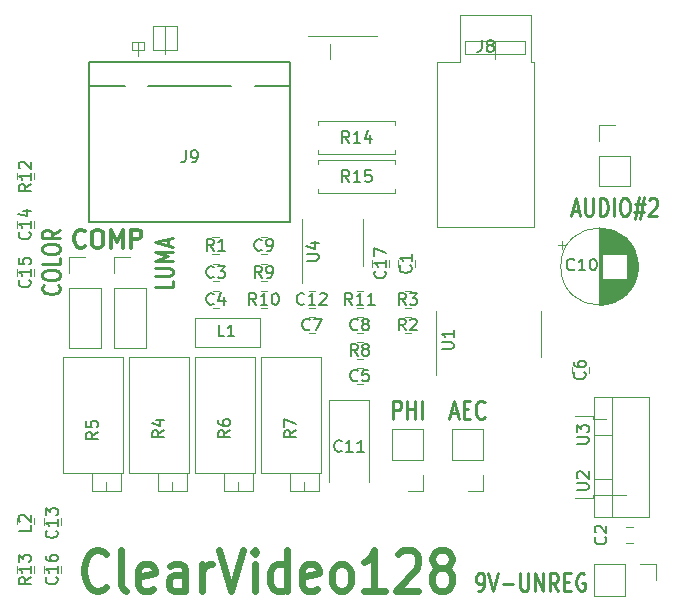
<source format=gbr>
G04 #@! TF.GenerationSoftware,KiCad,Pcbnew,(5.1.2)-1*
G04 #@! TF.CreationDate,2020-02-06T13:28:49-05:00*
G04 #@! TF.ProjectId,clearvideo128,636c6561-7276-4696-9465-6f3132382e6b,rev?*
G04 #@! TF.SameCoordinates,Original*
G04 #@! TF.FileFunction,Legend,Top*
G04 #@! TF.FilePolarity,Positive*
%FSLAX46Y46*%
G04 Gerber Fmt 4.6, Leading zero omitted, Abs format (unit mm)*
G04 Created by KiCad (PCBNEW (5.1.2)-1) date 2020-02-06 13:28:49*
%MOMM*%
%LPD*%
G04 APERTURE LIST*
%ADD10C,0.600000*%
%ADD11C,0.300000*%
%ADD12C,0.120000*%
%ADD13C,0.150000*%
%ADD14C,0.250000*%
G04 APERTURE END LIST*
D10*
X67819714Y-76180000D02*
X67676857Y-76346666D01*
X67248285Y-76513333D01*
X66962571Y-76513333D01*
X66534000Y-76346666D01*
X66248285Y-76013333D01*
X66105428Y-75680000D01*
X65962571Y-75013333D01*
X65962571Y-74513333D01*
X66105428Y-73846666D01*
X66248285Y-73513333D01*
X66534000Y-73180000D01*
X66962571Y-73013333D01*
X67248285Y-73013333D01*
X67676857Y-73180000D01*
X67819714Y-73346666D01*
X69534000Y-76513333D02*
X69248285Y-76346666D01*
X69105428Y-76013333D01*
X69105428Y-73013333D01*
X71819714Y-76346666D02*
X71534000Y-76513333D01*
X70962571Y-76513333D01*
X70676857Y-76346666D01*
X70534000Y-76013333D01*
X70534000Y-74680000D01*
X70676857Y-74346666D01*
X70962571Y-74180000D01*
X71534000Y-74180000D01*
X71819714Y-74346666D01*
X71962571Y-74680000D01*
X71962571Y-75013333D01*
X70534000Y-75346666D01*
X74534000Y-76513333D02*
X74534000Y-74680000D01*
X74391142Y-74346666D01*
X74105428Y-74180000D01*
X73534000Y-74180000D01*
X73248285Y-74346666D01*
X74534000Y-76346666D02*
X74248285Y-76513333D01*
X73534000Y-76513333D01*
X73248285Y-76346666D01*
X73105428Y-76013333D01*
X73105428Y-75680000D01*
X73248285Y-75346666D01*
X73534000Y-75180000D01*
X74248285Y-75180000D01*
X74534000Y-75013333D01*
X75962571Y-76513333D02*
X75962571Y-74180000D01*
X75962571Y-74846666D02*
X76105428Y-74513333D01*
X76248285Y-74346666D01*
X76534000Y-74180000D01*
X76819714Y-74180000D01*
X77391142Y-73013333D02*
X78391142Y-76513333D01*
X79391142Y-73013333D01*
X80391142Y-76513333D02*
X80391142Y-74180000D01*
X80391142Y-73013333D02*
X80248285Y-73180000D01*
X80391142Y-73346666D01*
X80534000Y-73180000D01*
X80391142Y-73013333D01*
X80391142Y-73346666D01*
X83105428Y-76513333D02*
X83105428Y-73013333D01*
X83105428Y-76346666D02*
X82819714Y-76513333D01*
X82248285Y-76513333D01*
X81962571Y-76346666D01*
X81819714Y-76180000D01*
X81676857Y-75846666D01*
X81676857Y-74846666D01*
X81819714Y-74513333D01*
X81962571Y-74346666D01*
X82248285Y-74180000D01*
X82819714Y-74180000D01*
X83105428Y-74346666D01*
X85676857Y-76346666D02*
X85391142Y-76513333D01*
X84819714Y-76513333D01*
X84534000Y-76346666D01*
X84391142Y-76013333D01*
X84391142Y-74680000D01*
X84534000Y-74346666D01*
X84819714Y-74180000D01*
X85391142Y-74180000D01*
X85676857Y-74346666D01*
X85819714Y-74680000D01*
X85819714Y-75013333D01*
X84391142Y-75346666D01*
X87534000Y-76513333D02*
X87248285Y-76346666D01*
X87105428Y-76180000D01*
X86962571Y-75846666D01*
X86962571Y-74846666D01*
X87105428Y-74513333D01*
X87248285Y-74346666D01*
X87534000Y-74180000D01*
X87962571Y-74180000D01*
X88248285Y-74346666D01*
X88391142Y-74513333D01*
X88534000Y-74846666D01*
X88534000Y-75846666D01*
X88391142Y-76180000D01*
X88248285Y-76346666D01*
X87962571Y-76513333D01*
X87534000Y-76513333D01*
X91391142Y-76513333D02*
X89676857Y-76513333D01*
X90534000Y-76513333D02*
X90534000Y-73013333D01*
X90248285Y-73513333D01*
X89962571Y-73846666D01*
X89676857Y-74013333D01*
X92534000Y-73346666D02*
X92676857Y-73180000D01*
X92962571Y-73013333D01*
X93676857Y-73013333D01*
X93962571Y-73180000D01*
X94105428Y-73346666D01*
X94248285Y-73680000D01*
X94248285Y-74013333D01*
X94105428Y-74513333D01*
X92391142Y-76513333D01*
X94248285Y-76513333D01*
X95962571Y-74513333D02*
X95676857Y-74346666D01*
X95534000Y-74180000D01*
X95391142Y-73846666D01*
X95391142Y-73680000D01*
X95534000Y-73346666D01*
X95676857Y-73180000D01*
X95962571Y-73013333D01*
X96534000Y-73013333D01*
X96819714Y-73180000D01*
X96962571Y-73346666D01*
X97105428Y-73680000D01*
X97105428Y-73846666D01*
X96962571Y-74180000D01*
X96819714Y-74346666D01*
X96534000Y-74513333D01*
X95962571Y-74513333D01*
X95676857Y-74680000D01*
X95534000Y-74846666D01*
X95391142Y-75180000D01*
X95391142Y-75846666D01*
X95534000Y-76180000D01*
X95676857Y-76346666D01*
X95962571Y-76513333D01*
X96534000Y-76513333D01*
X96819714Y-76346666D01*
X96962571Y-76180000D01*
X97105428Y-75846666D01*
X97105428Y-75180000D01*
X96962571Y-74846666D01*
X96819714Y-74680000D01*
X96534000Y-74513333D01*
D11*
X66016428Y-47271714D02*
X65945000Y-47343142D01*
X65730714Y-47414571D01*
X65587857Y-47414571D01*
X65373571Y-47343142D01*
X65230714Y-47200285D01*
X65159285Y-47057428D01*
X65087857Y-46771714D01*
X65087857Y-46557428D01*
X65159285Y-46271714D01*
X65230714Y-46128857D01*
X65373571Y-45986000D01*
X65587857Y-45914571D01*
X65730714Y-45914571D01*
X65945000Y-45986000D01*
X66016428Y-46057428D01*
X66945000Y-45914571D02*
X67230714Y-45914571D01*
X67373571Y-45986000D01*
X67516428Y-46128857D01*
X67587857Y-46414571D01*
X67587857Y-46914571D01*
X67516428Y-47200285D01*
X67373571Y-47343142D01*
X67230714Y-47414571D01*
X66945000Y-47414571D01*
X66802142Y-47343142D01*
X66659285Y-47200285D01*
X66587857Y-46914571D01*
X66587857Y-46414571D01*
X66659285Y-46128857D01*
X66802142Y-45986000D01*
X66945000Y-45914571D01*
X68230714Y-47414571D02*
X68230714Y-45914571D01*
X68730714Y-46986000D01*
X69230714Y-45914571D01*
X69230714Y-47414571D01*
X69945000Y-47414571D02*
X69945000Y-45914571D01*
X70516428Y-45914571D01*
X70659285Y-45986000D01*
X70730714Y-46057428D01*
X70802142Y-46200285D01*
X70802142Y-46414571D01*
X70730714Y-46557428D01*
X70659285Y-46628857D01*
X70516428Y-46700285D01*
X69945000Y-46700285D01*
D12*
X103311001Y-29905001D02*
X100771001Y-29905001D01*
X103311001Y-31048001D02*
X103311001Y-29905001D01*
X100771001Y-31048001D02*
X103311001Y-31048001D01*
X98231001Y-31048001D02*
X100771001Y-31048001D01*
X98231001Y-29905001D02*
X98231001Y-31048001D01*
X100771001Y-29905001D02*
X98231001Y-29905001D01*
X100771001Y-31429001D02*
X100771001Y-29905001D01*
X73847001Y-28635001D02*
X72831001Y-28635001D01*
X73847001Y-30667001D02*
X73847001Y-28635001D01*
X71815001Y-30667001D02*
X73847001Y-30667001D01*
X71815001Y-28635001D02*
X71815001Y-30667001D01*
X72831001Y-28635001D02*
X71815001Y-28635001D01*
X72831001Y-31048001D02*
X72831001Y-28635001D01*
X86801001Y-31429001D02*
X86801001Y-30159001D01*
X71053001Y-30032001D02*
X70545001Y-30032001D01*
X71053001Y-30667001D02*
X71053001Y-30032001D01*
X70037001Y-30667001D02*
X71053001Y-30667001D01*
X70037001Y-30032001D02*
X70037001Y-30667001D01*
X70545001Y-30032001D02*
X70037001Y-30032001D01*
X70545001Y-31175001D02*
X70545001Y-30032001D01*
X84896001Y-29524001D02*
X90738001Y-29524001D01*
D13*
X83398000Y-45243000D02*
X83398000Y-31743000D01*
X66398000Y-45243000D02*
X83398000Y-45243000D01*
X66398000Y-31743000D02*
X66398000Y-45243000D01*
X83398000Y-31743000D02*
X66398000Y-31743000D01*
X66398000Y-33743000D02*
X69398000Y-33743000D01*
X71398000Y-33743000D02*
X78398000Y-33743000D01*
X80398000Y-33743000D02*
X83398000Y-33743000D01*
D12*
X89555000Y-46990000D02*
X89555000Y-45040000D01*
X89555000Y-46990000D02*
X89555000Y-48940000D01*
X84435000Y-46990000D02*
X84435000Y-45040000D01*
X84435000Y-46990000D02*
X84435000Y-50440000D01*
X109125000Y-70271000D02*
X109125000Y-60031000D01*
X113766000Y-70271000D02*
X113766000Y-60031000D01*
X109125000Y-70271000D02*
X113766000Y-70271000D01*
X109125000Y-60031000D02*
X113766000Y-60031000D01*
X110635000Y-70271000D02*
X110635000Y-60031000D01*
X109125000Y-67001000D02*
X110635000Y-67001000D01*
X109125000Y-63300000D02*
X110635000Y-63300000D01*
X93928000Y-49029252D02*
X93928000Y-48506748D01*
X92508000Y-49029252D02*
X92508000Y-48506748D01*
X77350252Y-50240000D02*
X76827748Y-50240000D01*
X77350252Y-48820000D02*
X76827748Y-48820000D01*
X77350252Y-51106000D02*
X76827748Y-51106000D01*
X77350252Y-52526000D02*
X76827748Y-52526000D01*
X89019748Y-57583000D02*
X89542252Y-57583000D01*
X89019748Y-59003000D02*
X89542252Y-59003000D01*
X84955748Y-53265000D02*
X85478252Y-53265000D01*
X84955748Y-54685000D02*
X85478252Y-54685000D01*
X89019748Y-54685000D02*
X89542252Y-54685000D01*
X89019748Y-53265000D02*
X89542252Y-53265000D01*
X81414252Y-47954000D02*
X80891748Y-47954000D01*
X81414252Y-46534000D02*
X80891748Y-46534000D01*
X112851000Y-49022000D02*
G75*
G03X112851000Y-49022000I-3270000J0D01*
G01*
X109581000Y-45792000D02*
X109581000Y-52252000D01*
X109621000Y-45792000D02*
X109621000Y-52252000D01*
X109661000Y-45792000D02*
X109661000Y-52252000D01*
X109701000Y-45794000D02*
X109701000Y-52250000D01*
X109741000Y-45795000D02*
X109741000Y-52249000D01*
X109781000Y-45798000D02*
X109781000Y-52246000D01*
X109821000Y-45800000D02*
X109821000Y-47982000D01*
X109821000Y-50062000D02*
X109821000Y-52244000D01*
X109861000Y-45804000D02*
X109861000Y-47982000D01*
X109861000Y-50062000D02*
X109861000Y-52240000D01*
X109901000Y-45807000D02*
X109901000Y-47982000D01*
X109901000Y-50062000D02*
X109901000Y-52237000D01*
X109941000Y-45811000D02*
X109941000Y-47982000D01*
X109941000Y-50062000D02*
X109941000Y-52233000D01*
X109981000Y-45816000D02*
X109981000Y-47982000D01*
X109981000Y-50062000D02*
X109981000Y-52228000D01*
X110021000Y-45821000D02*
X110021000Y-47982000D01*
X110021000Y-50062000D02*
X110021000Y-52223000D01*
X110061000Y-45827000D02*
X110061000Y-47982000D01*
X110061000Y-50062000D02*
X110061000Y-52217000D01*
X110101000Y-45833000D02*
X110101000Y-47982000D01*
X110101000Y-50062000D02*
X110101000Y-52211000D01*
X110141000Y-45840000D02*
X110141000Y-47982000D01*
X110141000Y-50062000D02*
X110141000Y-52204000D01*
X110181000Y-45847000D02*
X110181000Y-47982000D01*
X110181000Y-50062000D02*
X110181000Y-52197000D01*
X110221000Y-45855000D02*
X110221000Y-47982000D01*
X110221000Y-50062000D02*
X110221000Y-52189000D01*
X110261000Y-45863000D02*
X110261000Y-47982000D01*
X110261000Y-50062000D02*
X110261000Y-52181000D01*
X110302000Y-45872000D02*
X110302000Y-47982000D01*
X110302000Y-50062000D02*
X110302000Y-52172000D01*
X110342000Y-45881000D02*
X110342000Y-47982000D01*
X110342000Y-50062000D02*
X110342000Y-52163000D01*
X110382000Y-45891000D02*
X110382000Y-47982000D01*
X110382000Y-50062000D02*
X110382000Y-52153000D01*
X110422000Y-45901000D02*
X110422000Y-47982000D01*
X110422000Y-50062000D02*
X110422000Y-52143000D01*
X110462000Y-45912000D02*
X110462000Y-47982000D01*
X110462000Y-50062000D02*
X110462000Y-52132000D01*
X110502000Y-45924000D02*
X110502000Y-47982000D01*
X110502000Y-50062000D02*
X110502000Y-52120000D01*
X110542000Y-45936000D02*
X110542000Y-47982000D01*
X110542000Y-50062000D02*
X110542000Y-52108000D01*
X110582000Y-45948000D02*
X110582000Y-47982000D01*
X110582000Y-50062000D02*
X110582000Y-52096000D01*
X110622000Y-45961000D02*
X110622000Y-47982000D01*
X110622000Y-50062000D02*
X110622000Y-52083000D01*
X110662000Y-45975000D02*
X110662000Y-47982000D01*
X110662000Y-50062000D02*
X110662000Y-52069000D01*
X110702000Y-45989000D02*
X110702000Y-47982000D01*
X110702000Y-50062000D02*
X110702000Y-52055000D01*
X110742000Y-46004000D02*
X110742000Y-47982000D01*
X110742000Y-50062000D02*
X110742000Y-52040000D01*
X110782000Y-46020000D02*
X110782000Y-47982000D01*
X110782000Y-50062000D02*
X110782000Y-52024000D01*
X110822000Y-46036000D02*
X110822000Y-47982000D01*
X110822000Y-50062000D02*
X110822000Y-52008000D01*
X110862000Y-46052000D02*
X110862000Y-47982000D01*
X110862000Y-50062000D02*
X110862000Y-51992000D01*
X110902000Y-46070000D02*
X110902000Y-47982000D01*
X110902000Y-50062000D02*
X110902000Y-51974000D01*
X110942000Y-46088000D02*
X110942000Y-47982000D01*
X110942000Y-50062000D02*
X110942000Y-51956000D01*
X110982000Y-46106000D02*
X110982000Y-47982000D01*
X110982000Y-50062000D02*
X110982000Y-51938000D01*
X111022000Y-46126000D02*
X111022000Y-47982000D01*
X111022000Y-50062000D02*
X111022000Y-51918000D01*
X111062000Y-46146000D02*
X111062000Y-47982000D01*
X111062000Y-50062000D02*
X111062000Y-51898000D01*
X111102000Y-46166000D02*
X111102000Y-47982000D01*
X111102000Y-50062000D02*
X111102000Y-51878000D01*
X111142000Y-46188000D02*
X111142000Y-47982000D01*
X111142000Y-50062000D02*
X111142000Y-51856000D01*
X111182000Y-46210000D02*
X111182000Y-47982000D01*
X111182000Y-50062000D02*
X111182000Y-51834000D01*
X111222000Y-46232000D02*
X111222000Y-47982000D01*
X111222000Y-50062000D02*
X111222000Y-51812000D01*
X111262000Y-46256000D02*
X111262000Y-47982000D01*
X111262000Y-50062000D02*
X111262000Y-51788000D01*
X111302000Y-46280000D02*
X111302000Y-47982000D01*
X111302000Y-50062000D02*
X111302000Y-51764000D01*
X111342000Y-46306000D02*
X111342000Y-47982000D01*
X111342000Y-50062000D02*
X111342000Y-51738000D01*
X111382000Y-46332000D02*
X111382000Y-47982000D01*
X111382000Y-50062000D02*
X111382000Y-51712000D01*
X111422000Y-46358000D02*
X111422000Y-47982000D01*
X111422000Y-50062000D02*
X111422000Y-51686000D01*
X111462000Y-46386000D02*
X111462000Y-47982000D01*
X111462000Y-50062000D02*
X111462000Y-51658000D01*
X111502000Y-46415000D02*
X111502000Y-47982000D01*
X111502000Y-50062000D02*
X111502000Y-51629000D01*
X111542000Y-46444000D02*
X111542000Y-47982000D01*
X111542000Y-50062000D02*
X111542000Y-51600000D01*
X111582000Y-46474000D02*
X111582000Y-47982000D01*
X111582000Y-50062000D02*
X111582000Y-51570000D01*
X111622000Y-46506000D02*
X111622000Y-47982000D01*
X111622000Y-50062000D02*
X111622000Y-51538000D01*
X111662000Y-46538000D02*
X111662000Y-47982000D01*
X111662000Y-50062000D02*
X111662000Y-51506000D01*
X111702000Y-46572000D02*
X111702000Y-47982000D01*
X111702000Y-50062000D02*
X111702000Y-51472000D01*
X111742000Y-46606000D02*
X111742000Y-47982000D01*
X111742000Y-50062000D02*
X111742000Y-51438000D01*
X111782000Y-46642000D02*
X111782000Y-47982000D01*
X111782000Y-50062000D02*
X111782000Y-51402000D01*
X111822000Y-46679000D02*
X111822000Y-47982000D01*
X111822000Y-50062000D02*
X111822000Y-51365000D01*
X111862000Y-46717000D02*
X111862000Y-47982000D01*
X111862000Y-50062000D02*
X111862000Y-51327000D01*
X111902000Y-46757000D02*
X111902000Y-51287000D01*
X111942000Y-46798000D02*
X111942000Y-51246000D01*
X111982000Y-46840000D02*
X111982000Y-51204000D01*
X112022000Y-46885000D02*
X112022000Y-51159000D01*
X112062000Y-46930000D02*
X112062000Y-51114000D01*
X112102000Y-46978000D02*
X112102000Y-51066000D01*
X112142000Y-47027000D02*
X112142000Y-51017000D01*
X112182000Y-47078000D02*
X112182000Y-50966000D01*
X112222000Y-47132000D02*
X112222000Y-50912000D01*
X112262000Y-47188000D02*
X112262000Y-50856000D01*
X112302000Y-47246000D02*
X112302000Y-50798000D01*
X112342000Y-47308000D02*
X112342000Y-50736000D01*
X112382000Y-47372000D02*
X112382000Y-50672000D01*
X112422000Y-47441000D02*
X112422000Y-50603000D01*
X112462000Y-47513000D02*
X112462000Y-50531000D01*
X112502000Y-47590000D02*
X112502000Y-50454000D01*
X112542000Y-47672000D02*
X112542000Y-50372000D01*
X112582000Y-47760000D02*
X112582000Y-50284000D01*
X112622000Y-47857000D02*
X112622000Y-50187000D01*
X112662000Y-47963000D02*
X112662000Y-50081000D01*
X112702000Y-48082000D02*
X112702000Y-49962000D01*
X112742000Y-48220000D02*
X112742000Y-49824000D01*
X112782000Y-48389000D02*
X112782000Y-49655000D01*
X112822000Y-48620000D02*
X112822000Y-49424000D01*
X106080759Y-47183000D02*
X106710759Y-47183000D01*
X106395759Y-46868000D02*
X106395759Y-47498000D01*
X90102000Y-67262000D02*
X90102000Y-60327000D01*
X90102000Y-60327000D02*
X86682000Y-60327000D01*
X86682000Y-60327000D02*
X86682000Y-67262000D01*
X85478252Y-51106000D02*
X84955748Y-51106000D01*
X85478252Y-52526000D02*
X84955748Y-52526000D01*
X63956000Y-70873252D02*
X63956000Y-70350748D01*
X62536000Y-70873252D02*
X62536000Y-70350748D01*
X60250000Y-45727252D02*
X60250000Y-45204748D01*
X61670000Y-45727252D02*
X61670000Y-45204748D01*
X61670000Y-49791252D02*
X61670000Y-49268748D01*
X60250000Y-49791252D02*
X60250000Y-49268748D01*
X62536000Y-74937252D02*
X62536000Y-74414748D01*
X63956000Y-74937252D02*
X63956000Y-74414748D01*
X90349000Y-49029252D02*
X90349000Y-48506748D01*
X91769000Y-49029252D02*
X91769000Y-48506748D01*
X94675000Y-68005000D02*
X93345000Y-68005000D01*
X94675000Y-66675000D02*
X94675000Y-68005000D01*
X94675000Y-65405000D02*
X92015000Y-65405000D01*
X92015000Y-65405000D02*
X92015000Y-62805000D01*
X94675000Y-65405000D02*
X94675000Y-62805000D01*
X94675000Y-62805000D02*
X92015000Y-62805000D01*
X99755000Y-62805000D02*
X97095000Y-62805000D01*
X99755000Y-65405000D02*
X99755000Y-62805000D01*
X97095000Y-65405000D02*
X97095000Y-62805000D01*
X99755000Y-65405000D02*
X97095000Y-65405000D01*
X99755000Y-66675000D02*
X99755000Y-68005000D01*
X99755000Y-68005000D02*
X98425000Y-68005000D01*
X109160000Y-74235000D02*
X109160000Y-76895000D01*
X111760000Y-74235000D02*
X109160000Y-74235000D01*
X111760000Y-76895000D02*
X109160000Y-76895000D01*
X111760000Y-74235000D02*
X111760000Y-76895000D01*
X113030000Y-74235000D02*
X114360000Y-74235000D01*
X114360000Y-74235000D02*
X114360000Y-75565000D01*
X68520000Y-48200000D02*
X69850000Y-48200000D01*
X68520000Y-49530000D02*
X68520000Y-48200000D01*
X68520000Y-50800000D02*
X71180000Y-50800000D01*
X71180000Y-50800000D02*
X71180000Y-55940000D01*
X68520000Y-50800000D02*
X68520000Y-55940000D01*
X68520000Y-55940000D02*
X71180000Y-55940000D01*
X64710000Y-55940000D02*
X67370000Y-55940000D01*
X64710000Y-50800000D02*
X64710000Y-55940000D01*
X67370000Y-50800000D02*
X67370000Y-55940000D01*
X64710000Y-50800000D02*
X67370000Y-50800000D01*
X64710000Y-49530000D02*
X64710000Y-48200000D01*
X64710000Y-48200000D02*
X66040000Y-48200000D01*
X109541000Y-37024000D02*
X110871000Y-37024000D01*
X109541000Y-38354000D02*
X109541000Y-37024000D01*
X109541000Y-39624000D02*
X112201000Y-39624000D01*
X112201000Y-39624000D02*
X112201000Y-42224000D01*
X109541000Y-39624000D02*
X109541000Y-42224000D01*
X109541000Y-42224000D02*
X112201000Y-42224000D01*
X95849000Y-45693000D02*
X104049000Y-45693000D01*
X95849000Y-45693000D02*
X95849000Y-31693000D01*
X104049000Y-31693000D02*
X104049000Y-45693000D01*
X103749000Y-31693000D02*
X103749000Y-27693000D01*
X103749000Y-27693000D02*
X97749000Y-27693000D01*
X97749000Y-27693000D02*
X97749000Y-31693000D01*
X103749000Y-31693000D02*
X104049000Y-31693000D01*
X95849000Y-31693000D02*
X97749000Y-31693000D01*
X75335000Y-53390000D02*
X75335000Y-55830000D01*
X75335000Y-55830000D02*
X80875000Y-55830000D01*
X80875000Y-55830000D02*
X80875000Y-53390000D01*
X80875000Y-53390000D02*
X75335000Y-53390000D01*
X61670000Y-70341748D02*
X61670000Y-70864252D01*
X60250000Y-70341748D02*
X60250000Y-70864252D01*
X76818748Y-46534000D02*
X77341252Y-46534000D01*
X76818748Y-47954000D02*
X77341252Y-47954000D01*
X93083748Y-53265000D02*
X93606252Y-53265000D01*
X93083748Y-54685000D02*
X93606252Y-54685000D01*
X93083748Y-52526000D02*
X93606252Y-52526000D01*
X93083748Y-51106000D02*
X93606252Y-51106000D01*
X73413000Y-68000000D02*
X73413000Y-67241000D01*
X72198000Y-66481000D02*
X74628000Y-66481000D01*
X72198000Y-68000000D02*
X74628000Y-68000000D01*
X74628000Y-68000000D02*
X74628000Y-66481000D01*
X72198000Y-68000000D02*
X72198000Y-66481000D01*
X69733000Y-56710000D02*
X74803000Y-56710000D01*
X69733000Y-66480000D02*
X74803000Y-66480000D01*
X74803000Y-66480000D02*
X74803000Y-56710000D01*
X69733000Y-66480000D02*
X69733000Y-56710000D01*
X64145000Y-66480000D02*
X64145000Y-56710000D01*
X69215000Y-66480000D02*
X69215000Y-56710000D01*
X64145000Y-66480000D02*
X69215000Y-66480000D01*
X64145000Y-56710000D02*
X69215000Y-56710000D01*
X66610000Y-68000000D02*
X66610000Y-66481000D01*
X69040000Y-68000000D02*
X69040000Y-66481000D01*
X66610000Y-68000000D02*
X69040000Y-68000000D01*
X66610000Y-66481000D02*
X69040000Y-66481000D01*
X67825000Y-68000000D02*
X67825000Y-67241000D01*
X79001000Y-68000000D02*
X79001000Y-67241000D01*
X77786000Y-66481000D02*
X80216000Y-66481000D01*
X77786000Y-68000000D02*
X80216000Y-68000000D01*
X80216000Y-68000000D02*
X80216000Y-66481000D01*
X77786000Y-68000000D02*
X77786000Y-66481000D01*
X75321000Y-56710000D02*
X80391000Y-56710000D01*
X75321000Y-66480000D02*
X80391000Y-66480000D01*
X80391000Y-66480000D02*
X80391000Y-56710000D01*
X75321000Y-66480000D02*
X75321000Y-56710000D01*
X80909000Y-66480000D02*
X80909000Y-56710000D01*
X85979000Y-66480000D02*
X85979000Y-56710000D01*
X80909000Y-66480000D02*
X85979000Y-66480000D01*
X80909000Y-56710000D02*
X85979000Y-56710000D01*
X83374000Y-68000000D02*
X83374000Y-66481000D01*
X85804000Y-68000000D02*
X85804000Y-66481000D01*
X83374000Y-68000000D02*
X85804000Y-68000000D01*
X83374000Y-66481000D02*
X85804000Y-66481000D01*
X84589000Y-68000000D02*
X84589000Y-67241000D01*
X89542252Y-56844000D02*
X89019748Y-56844000D01*
X89542252Y-55424000D02*
X89019748Y-55424000D01*
X81414252Y-48820000D02*
X80891748Y-48820000D01*
X81414252Y-50240000D02*
X80891748Y-50240000D01*
X80891748Y-51106000D02*
X81414252Y-51106000D01*
X80891748Y-52526000D02*
X81414252Y-52526000D01*
X89542252Y-51106000D02*
X89019748Y-51106000D01*
X89542252Y-52526000D02*
X89019748Y-52526000D01*
X60250000Y-41654252D02*
X60250000Y-41131748D01*
X61670000Y-41654252D02*
X61670000Y-41131748D01*
X60250000Y-74414748D02*
X60250000Y-74937252D01*
X61670000Y-74414748D02*
X61670000Y-74937252D01*
X85757000Y-37060000D02*
X85757000Y-36730000D01*
X85757000Y-36730000D02*
X92297000Y-36730000D01*
X92297000Y-36730000D02*
X92297000Y-37060000D01*
X85757000Y-39140000D02*
X85757000Y-39470000D01*
X85757000Y-39470000D02*
X92297000Y-39470000D01*
X92297000Y-39470000D02*
X92297000Y-39140000D01*
X85757000Y-40032000D02*
X85757000Y-40362000D01*
X92297000Y-40032000D02*
X85757000Y-40032000D01*
X92297000Y-40362000D02*
X92297000Y-40032000D01*
X85757000Y-42772000D02*
X85757000Y-42442000D01*
X92297000Y-42772000D02*
X85757000Y-42772000D01*
X92297000Y-42442000D02*
X92297000Y-42772000D01*
X104638000Y-54737000D02*
X104638000Y-52787000D01*
X104638000Y-54737000D02*
X104638000Y-56687000D01*
X95768000Y-54737000D02*
X95768000Y-52787000D01*
X95768000Y-54737000D02*
X95768000Y-58187000D01*
X107523000Y-68601000D02*
X109023000Y-68601000D01*
X109023000Y-68601000D02*
X109023000Y-68331000D01*
X109023000Y-68331000D02*
X111853000Y-68331000D01*
X107523000Y-61701000D02*
X109023000Y-61701000D01*
X109023000Y-61701000D02*
X109023000Y-61971000D01*
X109023000Y-61971000D02*
X110123000Y-61971000D01*
X111870748Y-71045000D02*
X112393252Y-71045000D01*
X111870748Y-72465000D02*
X112393252Y-72465000D01*
X107240000Y-57523748D02*
X107240000Y-58046252D01*
X108660000Y-57523748D02*
X108660000Y-58046252D01*
D13*
X74564666Y-39195380D02*
X74564666Y-39909666D01*
X74517047Y-40052523D01*
X74421809Y-40147761D01*
X74278952Y-40195380D01*
X74183714Y-40195380D01*
X75088476Y-40195380D02*
X75278952Y-40195380D01*
X75374190Y-40147761D01*
X75421809Y-40100142D01*
X75517047Y-39957285D01*
X75564666Y-39766809D01*
X75564666Y-39385857D01*
X75517047Y-39290619D01*
X75469428Y-39243000D01*
X75374190Y-39195380D01*
X75183714Y-39195380D01*
X75088476Y-39243000D01*
X75040857Y-39290619D01*
X74993238Y-39385857D01*
X74993238Y-39623952D01*
X75040857Y-39719190D01*
X75088476Y-39766809D01*
X75183714Y-39814428D01*
X75374190Y-39814428D01*
X75469428Y-39766809D01*
X75517047Y-39719190D01*
X75564666Y-39623952D01*
X84796380Y-48513904D02*
X85605904Y-48513904D01*
X85701142Y-48466285D01*
X85748761Y-48418666D01*
X85796380Y-48323428D01*
X85796380Y-48132952D01*
X85748761Y-48037714D01*
X85701142Y-47990095D01*
X85605904Y-47942476D01*
X84796380Y-47942476D01*
X85129714Y-47037714D02*
X85796380Y-47037714D01*
X84748761Y-47275809D02*
X85463047Y-47513904D01*
X85463047Y-46894857D01*
X107656380Y-64007904D02*
X108465904Y-64007904D01*
X108561142Y-63960285D01*
X108608761Y-63912666D01*
X108656380Y-63817428D01*
X108656380Y-63626952D01*
X108608761Y-63531714D01*
X108561142Y-63484095D01*
X108465904Y-63436476D01*
X107656380Y-63436476D01*
X107656380Y-63055523D02*
X107656380Y-62436476D01*
X108037333Y-62769809D01*
X108037333Y-62626952D01*
X108084952Y-62531714D01*
X108132571Y-62484095D01*
X108227809Y-62436476D01*
X108465904Y-62436476D01*
X108561142Y-62484095D01*
X108608761Y-62531714D01*
X108656380Y-62626952D01*
X108656380Y-62912666D01*
X108608761Y-63007904D01*
X108561142Y-63055523D01*
X93575142Y-48934666D02*
X93622761Y-48982285D01*
X93670380Y-49125142D01*
X93670380Y-49220380D01*
X93622761Y-49363238D01*
X93527523Y-49458476D01*
X93432285Y-49506095D01*
X93241809Y-49553714D01*
X93098952Y-49553714D01*
X92908476Y-49506095D01*
X92813238Y-49458476D01*
X92718000Y-49363238D01*
X92670380Y-49220380D01*
X92670380Y-49125142D01*
X92718000Y-48982285D01*
X92765619Y-48934666D01*
X93670380Y-47982285D02*
X93670380Y-48553714D01*
X93670380Y-48268000D02*
X92670380Y-48268000D01*
X92813238Y-48363238D01*
X92908476Y-48458476D01*
X92956095Y-48553714D01*
X76922333Y-49887142D02*
X76874714Y-49934761D01*
X76731857Y-49982380D01*
X76636619Y-49982380D01*
X76493761Y-49934761D01*
X76398523Y-49839523D01*
X76350904Y-49744285D01*
X76303285Y-49553809D01*
X76303285Y-49410952D01*
X76350904Y-49220476D01*
X76398523Y-49125238D01*
X76493761Y-49030000D01*
X76636619Y-48982380D01*
X76731857Y-48982380D01*
X76874714Y-49030000D01*
X76922333Y-49077619D01*
X77255666Y-48982380D02*
X77874714Y-48982380D01*
X77541380Y-49363333D01*
X77684238Y-49363333D01*
X77779476Y-49410952D01*
X77827095Y-49458571D01*
X77874714Y-49553809D01*
X77874714Y-49791904D01*
X77827095Y-49887142D01*
X77779476Y-49934761D01*
X77684238Y-49982380D01*
X77398523Y-49982380D01*
X77303285Y-49934761D01*
X77255666Y-49887142D01*
X76922333Y-52173142D02*
X76874714Y-52220761D01*
X76731857Y-52268380D01*
X76636619Y-52268380D01*
X76493761Y-52220761D01*
X76398523Y-52125523D01*
X76350904Y-52030285D01*
X76303285Y-51839809D01*
X76303285Y-51696952D01*
X76350904Y-51506476D01*
X76398523Y-51411238D01*
X76493761Y-51316000D01*
X76636619Y-51268380D01*
X76731857Y-51268380D01*
X76874714Y-51316000D01*
X76922333Y-51363619D01*
X77779476Y-51601714D02*
X77779476Y-52268380D01*
X77541380Y-51220761D02*
X77303285Y-51935047D01*
X77922333Y-51935047D01*
X89114333Y-58650142D02*
X89066714Y-58697761D01*
X88923857Y-58745380D01*
X88828619Y-58745380D01*
X88685761Y-58697761D01*
X88590523Y-58602523D01*
X88542904Y-58507285D01*
X88495285Y-58316809D01*
X88495285Y-58173952D01*
X88542904Y-57983476D01*
X88590523Y-57888238D01*
X88685761Y-57793000D01*
X88828619Y-57745380D01*
X88923857Y-57745380D01*
X89066714Y-57793000D01*
X89114333Y-57840619D01*
X90019095Y-57745380D02*
X89542904Y-57745380D01*
X89495285Y-58221571D01*
X89542904Y-58173952D01*
X89638142Y-58126333D01*
X89876238Y-58126333D01*
X89971476Y-58173952D01*
X90019095Y-58221571D01*
X90066714Y-58316809D01*
X90066714Y-58554904D01*
X90019095Y-58650142D01*
X89971476Y-58697761D01*
X89876238Y-58745380D01*
X89638142Y-58745380D01*
X89542904Y-58697761D01*
X89495285Y-58650142D01*
X85050333Y-54332142D02*
X85002714Y-54379761D01*
X84859857Y-54427380D01*
X84764619Y-54427380D01*
X84621761Y-54379761D01*
X84526523Y-54284523D01*
X84478904Y-54189285D01*
X84431285Y-53998809D01*
X84431285Y-53855952D01*
X84478904Y-53665476D01*
X84526523Y-53570238D01*
X84621761Y-53475000D01*
X84764619Y-53427380D01*
X84859857Y-53427380D01*
X85002714Y-53475000D01*
X85050333Y-53522619D01*
X85383666Y-53427380D02*
X86050333Y-53427380D01*
X85621761Y-54427380D01*
X89114333Y-54332142D02*
X89066714Y-54379761D01*
X88923857Y-54427380D01*
X88828619Y-54427380D01*
X88685761Y-54379761D01*
X88590523Y-54284523D01*
X88542904Y-54189285D01*
X88495285Y-53998809D01*
X88495285Y-53855952D01*
X88542904Y-53665476D01*
X88590523Y-53570238D01*
X88685761Y-53475000D01*
X88828619Y-53427380D01*
X88923857Y-53427380D01*
X89066714Y-53475000D01*
X89114333Y-53522619D01*
X89685761Y-53855952D02*
X89590523Y-53808333D01*
X89542904Y-53760714D01*
X89495285Y-53665476D01*
X89495285Y-53617857D01*
X89542904Y-53522619D01*
X89590523Y-53475000D01*
X89685761Y-53427380D01*
X89876238Y-53427380D01*
X89971476Y-53475000D01*
X90019095Y-53522619D01*
X90066714Y-53617857D01*
X90066714Y-53665476D01*
X90019095Y-53760714D01*
X89971476Y-53808333D01*
X89876238Y-53855952D01*
X89685761Y-53855952D01*
X89590523Y-53903571D01*
X89542904Y-53951190D01*
X89495285Y-54046428D01*
X89495285Y-54236904D01*
X89542904Y-54332142D01*
X89590523Y-54379761D01*
X89685761Y-54427380D01*
X89876238Y-54427380D01*
X89971476Y-54379761D01*
X90019095Y-54332142D01*
X90066714Y-54236904D01*
X90066714Y-54046428D01*
X90019095Y-53951190D01*
X89971476Y-53903571D01*
X89876238Y-53855952D01*
X80986333Y-47601142D02*
X80938714Y-47648761D01*
X80795857Y-47696380D01*
X80700619Y-47696380D01*
X80557761Y-47648761D01*
X80462523Y-47553523D01*
X80414904Y-47458285D01*
X80367285Y-47267809D01*
X80367285Y-47124952D01*
X80414904Y-46934476D01*
X80462523Y-46839238D01*
X80557761Y-46744000D01*
X80700619Y-46696380D01*
X80795857Y-46696380D01*
X80938714Y-46744000D01*
X80986333Y-46791619D01*
X81462523Y-47696380D02*
X81653000Y-47696380D01*
X81748238Y-47648761D01*
X81795857Y-47601142D01*
X81891095Y-47458285D01*
X81938714Y-47267809D01*
X81938714Y-46886857D01*
X81891095Y-46791619D01*
X81843476Y-46744000D01*
X81748238Y-46696380D01*
X81557761Y-46696380D01*
X81462523Y-46744000D01*
X81414904Y-46791619D01*
X81367285Y-46886857D01*
X81367285Y-47124952D01*
X81414904Y-47220190D01*
X81462523Y-47267809D01*
X81557761Y-47315428D01*
X81748238Y-47315428D01*
X81843476Y-47267809D01*
X81891095Y-47220190D01*
X81938714Y-47124952D01*
X107434142Y-49252142D02*
X107386523Y-49299761D01*
X107243666Y-49347380D01*
X107148428Y-49347380D01*
X107005571Y-49299761D01*
X106910333Y-49204523D01*
X106862714Y-49109285D01*
X106815095Y-48918809D01*
X106815095Y-48775952D01*
X106862714Y-48585476D01*
X106910333Y-48490238D01*
X107005571Y-48395000D01*
X107148428Y-48347380D01*
X107243666Y-48347380D01*
X107386523Y-48395000D01*
X107434142Y-48442619D01*
X108386523Y-49347380D02*
X107815095Y-49347380D01*
X108100809Y-49347380D02*
X108100809Y-48347380D01*
X108005571Y-48490238D01*
X107910333Y-48585476D01*
X107815095Y-48633095D01*
X109005571Y-48347380D02*
X109100809Y-48347380D01*
X109196047Y-48395000D01*
X109243666Y-48442619D01*
X109291285Y-48537857D01*
X109338904Y-48728333D01*
X109338904Y-48966428D01*
X109291285Y-49156904D01*
X109243666Y-49252142D01*
X109196047Y-49299761D01*
X109100809Y-49347380D01*
X109005571Y-49347380D01*
X108910333Y-49299761D01*
X108862714Y-49252142D01*
X108815095Y-49156904D01*
X108767476Y-48966428D01*
X108767476Y-48728333D01*
X108815095Y-48537857D01*
X108862714Y-48442619D01*
X108910333Y-48395000D01*
X109005571Y-48347380D01*
X87749142Y-64619142D02*
X87701523Y-64666761D01*
X87558666Y-64714380D01*
X87463428Y-64714380D01*
X87320571Y-64666761D01*
X87225333Y-64571523D01*
X87177714Y-64476285D01*
X87130095Y-64285809D01*
X87130095Y-64142952D01*
X87177714Y-63952476D01*
X87225333Y-63857238D01*
X87320571Y-63762000D01*
X87463428Y-63714380D01*
X87558666Y-63714380D01*
X87701523Y-63762000D01*
X87749142Y-63809619D01*
X88701523Y-64714380D02*
X88130095Y-64714380D01*
X88415809Y-64714380D02*
X88415809Y-63714380D01*
X88320571Y-63857238D01*
X88225333Y-63952476D01*
X88130095Y-64000095D01*
X89653904Y-64714380D02*
X89082476Y-64714380D01*
X89368190Y-64714380D02*
X89368190Y-63714380D01*
X89272952Y-63857238D01*
X89177714Y-63952476D01*
X89082476Y-64000095D01*
X84574142Y-52173142D02*
X84526523Y-52220761D01*
X84383666Y-52268380D01*
X84288428Y-52268380D01*
X84145571Y-52220761D01*
X84050333Y-52125523D01*
X84002714Y-52030285D01*
X83955095Y-51839809D01*
X83955095Y-51696952D01*
X84002714Y-51506476D01*
X84050333Y-51411238D01*
X84145571Y-51316000D01*
X84288428Y-51268380D01*
X84383666Y-51268380D01*
X84526523Y-51316000D01*
X84574142Y-51363619D01*
X85526523Y-52268380D02*
X84955095Y-52268380D01*
X85240809Y-52268380D02*
X85240809Y-51268380D01*
X85145571Y-51411238D01*
X85050333Y-51506476D01*
X84955095Y-51554095D01*
X85907476Y-51363619D02*
X85955095Y-51316000D01*
X86050333Y-51268380D01*
X86288428Y-51268380D01*
X86383666Y-51316000D01*
X86431285Y-51363619D01*
X86478904Y-51458857D01*
X86478904Y-51554095D01*
X86431285Y-51696952D01*
X85859857Y-52268380D01*
X86478904Y-52268380D01*
X63603142Y-71381857D02*
X63650761Y-71429476D01*
X63698380Y-71572333D01*
X63698380Y-71667571D01*
X63650761Y-71810428D01*
X63555523Y-71905666D01*
X63460285Y-71953285D01*
X63269809Y-72000904D01*
X63126952Y-72000904D01*
X62936476Y-71953285D01*
X62841238Y-71905666D01*
X62746000Y-71810428D01*
X62698380Y-71667571D01*
X62698380Y-71572333D01*
X62746000Y-71429476D01*
X62793619Y-71381857D01*
X63698380Y-70429476D02*
X63698380Y-71000904D01*
X63698380Y-70715190D02*
X62698380Y-70715190D01*
X62841238Y-70810428D01*
X62936476Y-70905666D01*
X62984095Y-71000904D01*
X62698380Y-70096142D02*
X62698380Y-69477095D01*
X63079333Y-69810428D01*
X63079333Y-69667571D01*
X63126952Y-69572333D01*
X63174571Y-69524714D01*
X63269809Y-69477095D01*
X63507904Y-69477095D01*
X63603142Y-69524714D01*
X63650761Y-69572333D01*
X63698380Y-69667571D01*
X63698380Y-69953285D01*
X63650761Y-70048523D01*
X63603142Y-70096142D01*
X61317142Y-46108857D02*
X61364761Y-46156476D01*
X61412380Y-46299333D01*
X61412380Y-46394571D01*
X61364761Y-46537428D01*
X61269523Y-46632666D01*
X61174285Y-46680285D01*
X60983809Y-46727904D01*
X60840952Y-46727904D01*
X60650476Y-46680285D01*
X60555238Y-46632666D01*
X60460000Y-46537428D01*
X60412380Y-46394571D01*
X60412380Y-46299333D01*
X60460000Y-46156476D01*
X60507619Y-46108857D01*
X61412380Y-45156476D02*
X61412380Y-45727904D01*
X61412380Y-45442190D02*
X60412380Y-45442190D01*
X60555238Y-45537428D01*
X60650476Y-45632666D01*
X60698095Y-45727904D01*
X60745714Y-44299333D02*
X61412380Y-44299333D01*
X60364761Y-44537428D02*
X61079047Y-44775523D01*
X61079047Y-44156476D01*
X61317142Y-50172857D02*
X61364761Y-50220476D01*
X61412380Y-50363333D01*
X61412380Y-50458571D01*
X61364761Y-50601428D01*
X61269523Y-50696666D01*
X61174285Y-50744285D01*
X60983809Y-50791904D01*
X60840952Y-50791904D01*
X60650476Y-50744285D01*
X60555238Y-50696666D01*
X60460000Y-50601428D01*
X60412380Y-50458571D01*
X60412380Y-50363333D01*
X60460000Y-50220476D01*
X60507619Y-50172857D01*
X61412380Y-49220476D02*
X61412380Y-49791904D01*
X61412380Y-49506190D02*
X60412380Y-49506190D01*
X60555238Y-49601428D01*
X60650476Y-49696666D01*
X60698095Y-49791904D01*
X60412380Y-48315714D02*
X60412380Y-48791904D01*
X60888571Y-48839523D01*
X60840952Y-48791904D01*
X60793333Y-48696666D01*
X60793333Y-48458571D01*
X60840952Y-48363333D01*
X60888571Y-48315714D01*
X60983809Y-48268095D01*
X61221904Y-48268095D01*
X61317142Y-48315714D01*
X61364761Y-48363333D01*
X61412380Y-48458571D01*
X61412380Y-48696666D01*
X61364761Y-48791904D01*
X61317142Y-48839523D01*
X63603142Y-75318857D02*
X63650761Y-75366476D01*
X63698380Y-75509333D01*
X63698380Y-75604571D01*
X63650761Y-75747428D01*
X63555523Y-75842666D01*
X63460285Y-75890285D01*
X63269809Y-75937904D01*
X63126952Y-75937904D01*
X62936476Y-75890285D01*
X62841238Y-75842666D01*
X62746000Y-75747428D01*
X62698380Y-75604571D01*
X62698380Y-75509333D01*
X62746000Y-75366476D01*
X62793619Y-75318857D01*
X63698380Y-74366476D02*
X63698380Y-74937904D01*
X63698380Y-74652190D02*
X62698380Y-74652190D01*
X62841238Y-74747428D01*
X62936476Y-74842666D01*
X62984095Y-74937904D01*
X62698380Y-73509333D02*
X62698380Y-73699809D01*
X62746000Y-73795047D01*
X62793619Y-73842666D01*
X62936476Y-73937904D01*
X63126952Y-73985523D01*
X63507904Y-73985523D01*
X63603142Y-73937904D01*
X63650761Y-73890285D01*
X63698380Y-73795047D01*
X63698380Y-73604571D01*
X63650761Y-73509333D01*
X63603142Y-73461714D01*
X63507904Y-73414095D01*
X63269809Y-73414095D01*
X63174571Y-73461714D01*
X63126952Y-73509333D01*
X63079333Y-73604571D01*
X63079333Y-73795047D01*
X63126952Y-73890285D01*
X63174571Y-73937904D01*
X63269809Y-73985523D01*
X91416142Y-49410857D02*
X91463761Y-49458476D01*
X91511380Y-49601333D01*
X91511380Y-49696571D01*
X91463761Y-49839428D01*
X91368523Y-49934666D01*
X91273285Y-49982285D01*
X91082809Y-50029904D01*
X90939952Y-50029904D01*
X90749476Y-49982285D01*
X90654238Y-49934666D01*
X90559000Y-49839428D01*
X90511380Y-49696571D01*
X90511380Y-49601333D01*
X90559000Y-49458476D01*
X90606619Y-49410857D01*
X91511380Y-48458476D02*
X91511380Y-49029904D01*
X91511380Y-48744190D02*
X90511380Y-48744190D01*
X90654238Y-48839428D01*
X90749476Y-48934666D01*
X90797095Y-49029904D01*
X90511380Y-48125142D02*
X90511380Y-47458476D01*
X91511380Y-47887047D01*
D14*
X92116428Y-61892571D02*
X92116428Y-60392571D01*
X92573571Y-60392571D01*
X92687857Y-60464000D01*
X92745000Y-60535428D01*
X92802142Y-60678285D01*
X92802142Y-60892571D01*
X92745000Y-61035428D01*
X92687857Y-61106857D01*
X92573571Y-61178285D01*
X92116428Y-61178285D01*
X93316428Y-61892571D02*
X93316428Y-60392571D01*
X93316428Y-61106857D02*
X94002142Y-61106857D01*
X94002142Y-61892571D02*
X94002142Y-60392571D01*
X94573571Y-61892571D02*
X94573571Y-60392571D01*
X96996428Y-61464000D02*
X97567857Y-61464000D01*
X96882142Y-61892571D02*
X97282142Y-60392571D01*
X97682142Y-61892571D01*
X98082142Y-61106857D02*
X98482142Y-61106857D01*
X98653571Y-61892571D02*
X98082142Y-61892571D01*
X98082142Y-60392571D01*
X98653571Y-60392571D01*
X99853571Y-61749714D02*
X99796428Y-61821142D01*
X99625000Y-61892571D01*
X99510714Y-61892571D01*
X99339285Y-61821142D01*
X99225000Y-61678285D01*
X99167857Y-61535428D01*
X99110714Y-61249714D01*
X99110714Y-61035428D01*
X99167857Y-60749714D01*
X99225000Y-60606857D01*
X99339285Y-60464000D01*
X99510714Y-60392571D01*
X99625000Y-60392571D01*
X99796428Y-60464000D01*
X99853571Y-60535428D01*
X99273285Y-76497571D02*
X99501857Y-76497571D01*
X99616142Y-76426142D01*
X99673285Y-76354714D01*
X99787571Y-76140428D01*
X99844714Y-75854714D01*
X99844714Y-75283285D01*
X99787571Y-75140428D01*
X99730428Y-75069000D01*
X99616142Y-74997571D01*
X99387571Y-74997571D01*
X99273285Y-75069000D01*
X99216142Y-75140428D01*
X99159000Y-75283285D01*
X99159000Y-75640428D01*
X99216142Y-75783285D01*
X99273285Y-75854714D01*
X99387571Y-75926142D01*
X99616142Y-75926142D01*
X99730428Y-75854714D01*
X99787571Y-75783285D01*
X99844714Y-75640428D01*
X100187571Y-74997571D02*
X100587571Y-76497571D01*
X100987571Y-74997571D01*
X101387571Y-75926142D02*
X102301857Y-75926142D01*
X102873285Y-74997571D02*
X102873285Y-76211857D01*
X102930428Y-76354714D01*
X102987571Y-76426142D01*
X103101857Y-76497571D01*
X103330428Y-76497571D01*
X103444714Y-76426142D01*
X103501857Y-76354714D01*
X103559000Y-76211857D01*
X103559000Y-74997571D01*
X104130428Y-76497571D02*
X104130428Y-74997571D01*
X104816142Y-76497571D01*
X104816142Y-74997571D01*
X106073285Y-76497571D02*
X105673285Y-75783285D01*
X105387571Y-76497571D02*
X105387571Y-74997571D01*
X105844714Y-74997571D01*
X105959000Y-75069000D01*
X106016142Y-75140428D01*
X106073285Y-75283285D01*
X106073285Y-75497571D01*
X106016142Y-75640428D01*
X105959000Y-75711857D01*
X105844714Y-75783285D01*
X105387571Y-75783285D01*
X106587571Y-75711857D02*
X106987571Y-75711857D01*
X107159000Y-76497571D02*
X106587571Y-76497571D01*
X106587571Y-74997571D01*
X107159000Y-74997571D01*
X108301857Y-75069000D02*
X108187571Y-74997571D01*
X108016142Y-74997571D01*
X107844714Y-75069000D01*
X107730428Y-75211857D01*
X107673285Y-75354714D01*
X107616142Y-75640428D01*
X107616142Y-75854714D01*
X107673285Y-76140428D01*
X107730428Y-76283285D01*
X107844714Y-76426142D01*
X108016142Y-76497571D01*
X108130428Y-76497571D01*
X108301857Y-76426142D01*
X108359000Y-76354714D01*
X108359000Y-75854714D01*
X108130428Y-75854714D01*
X73449571Y-50225142D02*
X73449571Y-50796571D01*
X71949571Y-50796571D01*
X71949571Y-49825142D02*
X73163857Y-49825142D01*
X73306714Y-49768000D01*
X73378142Y-49710857D01*
X73449571Y-49596571D01*
X73449571Y-49368000D01*
X73378142Y-49253714D01*
X73306714Y-49196571D01*
X73163857Y-49139428D01*
X71949571Y-49139428D01*
X73449571Y-48568000D02*
X71949571Y-48568000D01*
X73021000Y-48168000D01*
X71949571Y-47768000D01*
X73449571Y-47768000D01*
X73021000Y-47253714D02*
X73021000Y-46682285D01*
X73449571Y-47368000D02*
X71949571Y-46968000D01*
X73449571Y-46568000D01*
X63781714Y-50612428D02*
X63853142Y-50669571D01*
X63924571Y-50841000D01*
X63924571Y-50955285D01*
X63853142Y-51126714D01*
X63710285Y-51241000D01*
X63567428Y-51298142D01*
X63281714Y-51355285D01*
X63067428Y-51355285D01*
X62781714Y-51298142D01*
X62638857Y-51241000D01*
X62496000Y-51126714D01*
X62424571Y-50955285D01*
X62424571Y-50841000D01*
X62496000Y-50669571D01*
X62567428Y-50612428D01*
X62424571Y-49869571D02*
X62424571Y-49641000D01*
X62496000Y-49526714D01*
X62638857Y-49412428D01*
X62924571Y-49355285D01*
X63424571Y-49355285D01*
X63710285Y-49412428D01*
X63853142Y-49526714D01*
X63924571Y-49641000D01*
X63924571Y-49869571D01*
X63853142Y-49983857D01*
X63710285Y-50098142D01*
X63424571Y-50155285D01*
X62924571Y-50155285D01*
X62638857Y-50098142D01*
X62496000Y-49983857D01*
X62424571Y-49869571D01*
X63924571Y-48269571D02*
X63924571Y-48841000D01*
X62424571Y-48841000D01*
X62424571Y-47641000D02*
X62424571Y-47412428D01*
X62496000Y-47298142D01*
X62638857Y-47183857D01*
X62924571Y-47126714D01*
X63424571Y-47126714D01*
X63710285Y-47183857D01*
X63853142Y-47298142D01*
X63924571Y-47412428D01*
X63924571Y-47641000D01*
X63853142Y-47755285D01*
X63710285Y-47869571D01*
X63424571Y-47926714D01*
X62924571Y-47926714D01*
X62638857Y-47869571D01*
X62496000Y-47755285D01*
X62424571Y-47641000D01*
X63924571Y-45926714D02*
X63210285Y-46326714D01*
X63924571Y-46612428D02*
X62424571Y-46612428D01*
X62424571Y-46155285D01*
X62496000Y-46041000D01*
X62567428Y-45983857D01*
X62710285Y-45926714D01*
X62924571Y-45926714D01*
X63067428Y-45983857D01*
X63138857Y-46041000D01*
X63210285Y-46155285D01*
X63210285Y-46612428D01*
X107271000Y-44319000D02*
X107842428Y-44319000D01*
X107156714Y-44747571D02*
X107556714Y-43247571D01*
X107956714Y-44747571D01*
X108356714Y-43247571D02*
X108356714Y-44461857D01*
X108413857Y-44604714D01*
X108471000Y-44676142D01*
X108585285Y-44747571D01*
X108813857Y-44747571D01*
X108928142Y-44676142D01*
X108985285Y-44604714D01*
X109042428Y-44461857D01*
X109042428Y-43247571D01*
X109613857Y-44747571D02*
X109613857Y-43247571D01*
X109899571Y-43247571D01*
X110071000Y-43319000D01*
X110185285Y-43461857D01*
X110242428Y-43604714D01*
X110299571Y-43890428D01*
X110299571Y-44104714D01*
X110242428Y-44390428D01*
X110185285Y-44533285D01*
X110071000Y-44676142D01*
X109899571Y-44747571D01*
X109613857Y-44747571D01*
X110813857Y-44747571D02*
X110813857Y-43247571D01*
X111613857Y-43247571D02*
X111842428Y-43247571D01*
X111956714Y-43319000D01*
X112071000Y-43461857D01*
X112128142Y-43747571D01*
X112128142Y-44247571D01*
X112071000Y-44533285D01*
X111956714Y-44676142D01*
X111842428Y-44747571D01*
X111613857Y-44747571D01*
X111499571Y-44676142D01*
X111385285Y-44533285D01*
X111328142Y-44247571D01*
X111328142Y-43747571D01*
X111385285Y-43461857D01*
X111499571Y-43319000D01*
X111613857Y-43247571D01*
X112585285Y-43747571D02*
X113442428Y-43747571D01*
X112928142Y-43104714D02*
X112585285Y-45033285D01*
X113328142Y-44390428D02*
X112471000Y-44390428D01*
X112985285Y-45033285D02*
X113328142Y-43104714D01*
X113785285Y-43390428D02*
X113842428Y-43319000D01*
X113956714Y-43247571D01*
X114242428Y-43247571D01*
X114356714Y-43319000D01*
X114413857Y-43390428D01*
X114471000Y-43533285D01*
X114471000Y-43676142D01*
X114413857Y-43890428D01*
X113728142Y-44747571D01*
X114471000Y-44747571D01*
D13*
X99615666Y-29845380D02*
X99615666Y-30559666D01*
X99568047Y-30702523D01*
X99472809Y-30797761D01*
X99329952Y-30845380D01*
X99234714Y-30845380D01*
X100234714Y-30273952D02*
X100139476Y-30226333D01*
X100091857Y-30178714D01*
X100044238Y-30083476D01*
X100044238Y-30035857D01*
X100091857Y-29940619D01*
X100139476Y-29893000D01*
X100234714Y-29845380D01*
X100425190Y-29845380D01*
X100520428Y-29893000D01*
X100568047Y-29940619D01*
X100615666Y-30035857D01*
X100615666Y-30083476D01*
X100568047Y-30178714D01*
X100520428Y-30226333D01*
X100425190Y-30273952D01*
X100234714Y-30273952D01*
X100139476Y-30321571D01*
X100091857Y-30369190D01*
X100044238Y-30464428D01*
X100044238Y-30654904D01*
X100091857Y-30750142D01*
X100139476Y-30797761D01*
X100234714Y-30845380D01*
X100425190Y-30845380D01*
X100520428Y-30797761D01*
X100568047Y-30750142D01*
X100615666Y-30654904D01*
X100615666Y-30464428D01*
X100568047Y-30369190D01*
X100520428Y-30321571D01*
X100425190Y-30273952D01*
X77811333Y-54935380D02*
X77335142Y-54935380D01*
X77335142Y-53935380D01*
X78668476Y-54935380D02*
X78097047Y-54935380D01*
X78382761Y-54935380D02*
X78382761Y-53935380D01*
X78287523Y-54078238D01*
X78192285Y-54173476D01*
X78097047Y-54221095D01*
X61412380Y-70905666D02*
X61412380Y-71381857D01*
X60412380Y-71381857D01*
X60507619Y-70619952D02*
X60460000Y-70572333D01*
X60412380Y-70477095D01*
X60412380Y-70239000D01*
X60460000Y-70143761D01*
X60507619Y-70096142D01*
X60602857Y-70048523D01*
X60698095Y-70048523D01*
X60840952Y-70096142D01*
X61412380Y-70667571D01*
X61412380Y-70048523D01*
X76922333Y-47696380D02*
X76589000Y-47220190D01*
X76350904Y-47696380D02*
X76350904Y-46696380D01*
X76731857Y-46696380D01*
X76827095Y-46744000D01*
X76874714Y-46791619D01*
X76922333Y-46886857D01*
X76922333Y-47029714D01*
X76874714Y-47124952D01*
X76827095Y-47172571D01*
X76731857Y-47220190D01*
X76350904Y-47220190D01*
X77874714Y-47696380D02*
X77303285Y-47696380D01*
X77589000Y-47696380D02*
X77589000Y-46696380D01*
X77493761Y-46839238D01*
X77398523Y-46934476D01*
X77303285Y-46982095D01*
X93178333Y-54427380D02*
X92845000Y-53951190D01*
X92606904Y-54427380D02*
X92606904Y-53427380D01*
X92987857Y-53427380D01*
X93083095Y-53475000D01*
X93130714Y-53522619D01*
X93178333Y-53617857D01*
X93178333Y-53760714D01*
X93130714Y-53855952D01*
X93083095Y-53903571D01*
X92987857Y-53951190D01*
X92606904Y-53951190D01*
X93559285Y-53522619D02*
X93606904Y-53475000D01*
X93702142Y-53427380D01*
X93940238Y-53427380D01*
X94035476Y-53475000D01*
X94083095Y-53522619D01*
X94130714Y-53617857D01*
X94130714Y-53713095D01*
X94083095Y-53855952D01*
X93511666Y-54427380D01*
X94130714Y-54427380D01*
X93178333Y-52268380D02*
X92845000Y-51792190D01*
X92606904Y-52268380D02*
X92606904Y-51268380D01*
X92987857Y-51268380D01*
X93083095Y-51316000D01*
X93130714Y-51363619D01*
X93178333Y-51458857D01*
X93178333Y-51601714D01*
X93130714Y-51696952D01*
X93083095Y-51744571D01*
X92987857Y-51792190D01*
X92606904Y-51792190D01*
X93511666Y-51268380D02*
X94130714Y-51268380D01*
X93797380Y-51649333D01*
X93940238Y-51649333D01*
X94035476Y-51696952D01*
X94083095Y-51744571D01*
X94130714Y-51839809D01*
X94130714Y-52077904D01*
X94083095Y-52173142D01*
X94035476Y-52220761D01*
X93940238Y-52268380D01*
X93654523Y-52268380D01*
X93559285Y-52220761D01*
X93511666Y-52173142D01*
X72715380Y-62904666D02*
X72239190Y-63238000D01*
X72715380Y-63476095D02*
X71715380Y-63476095D01*
X71715380Y-63095142D01*
X71763000Y-62999904D01*
X71810619Y-62952285D01*
X71905857Y-62904666D01*
X72048714Y-62904666D01*
X72143952Y-62952285D01*
X72191571Y-62999904D01*
X72239190Y-63095142D01*
X72239190Y-63476095D01*
X72048714Y-62047523D02*
X72715380Y-62047523D01*
X71667761Y-62285619D02*
X72382047Y-62523714D01*
X72382047Y-61904666D01*
X67127380Y-63031666D02*
X66651190Y-63365000D01*
X67127380Y-63603095D02*
X66127380Y-63603095D01*
X66127380Y-63222142D01*
X66175000Y-63126904D01*
X66222619Y-63079285D01*
X66317857Y-63031666D01*
X66460714Y-63031666D01*
X66555952Y-63079285D01*
X66603571Y-63126904D01*
X66651190Y-63222142D01*
X66651190Y-63603095D01*
X66127380Y-62126904D02*
X66127380Y-62603095D01*
X66603571Y-62650714D01*
X66555952Y-62603095D01*
X66508333Y-62507857D01*
X66508333Y-62269761D01*
X66555952Y-62174523D01*
X66603571Y-62126904D01*
X66698809Y-62079285D01*
X66936904Y-62079285D01*
X67032142Y-62126904D01*
X67079761Y-62174523D01*
X67127380Y-62269761D01*
X67127380Y-62507857D01*
X67079761Y-62603095D01*
X67032142Y-62650714D01*
X78303380Y-62904666D02*
X77827190Y-63238000D01*
X78303380Y-63476095D02*
X77303380Y-63476095D01*
X77303380Y-63095142D01*
X77351000Y-62999904D01*
X77398619Y-62952285D01*
X77493857Y-62904666D01*
X77636714Y-62904666D01*
X77731952Y-62952285D01*
X77779571Y-62999904D01*
X77827190Y-63095142D01*
X77827190Y-63476095D01*
X77303380Y-62047523D02*
X77303380Y-62238000D01*
X77351000Y-62333238D01*
X77398619Y-62380857D01*
X77541476Y-62476095D01*
X77731952Y-62523714D01*
X78112904Y-62523714D01*
X78208142Y-62476095D01*
X78255761Y-62428476D01*
X78303380Y-62333238D01*
X78303380Y-62142761D01*
X78255761Y-62047523D01*
X78208142Y-61999904D01*
X78112904Y-61952285D01*
X77874809Y-61952285D01*
X77779571Y-61999904D01*
X77731952Y-62047523D01*
X77684333Y-62142761D01*
X77684333Y-62333238D01*
X77731952Y-62428476D01*
X77779571Y-62476095D01*
X77874809Y-62523714D01*
X83891380Y-62904666D02*
X83415190Y-63238000D01*
X83891380Y-63476095D02*
X82891380Y-63476095D01*
X82891380Y-63095142D01*
X82939000Y-62999904D01*
X82986619Y-62952285D01*
X83081857Y-62904666D01*
X83224714Y-62904666D01*
X83319952Y-62952285D01*
X83367571Y-62999904D01*
X83415190Y-63095142D01*
X83415190Y-63476095D01*
X82891380Y-62571333D02*
X82891380Y-61904666D01*
X83891380Y-62333238D01*
X89114333Y-56586380D02*
X88781000Y-56110190D01*
X88542904Y-56586380D02*
X88542904Y-55586380D01*
X88923857Y-55586380D01*
X89019095Y-55634000D01*
X89066714Y-55681619D01*
X89114333Y-55776857D01*
X89114333Y-55919714D01*
X89066714Y-56014952D01*
X89019095Y-56062571D01*
X88923857Y-56110190D01*
X88542904Y-56110190D01*
X89685761Y-56014952D02*
X89590523Y-55967333D01*
X89542904Y-55919714D01*
X89495285Y-55824476D01*
X89495285Y-55776857D01*
X89542904Y-55681619D01*
X89590523Y-55634000D01*
X89685761Y-55586380D01*
X89876238Y-55586380D01*
X89971476Y-55634000D01*
X90019095Y-55681619D01*
X90066714Y-55776857D01*
X90066714Y-55824476D01*
X90019095Y-55919714D01*
X89971476Y-55967333D01*
X89876238Y-56014952D01*
X89685761Y-56014952D01*
X89590523Y-56062571D01*
X89542904Y-56110190D01*
X89495285Y-56205428D01*
X89495285Y-56395904D01*
X89542904Y-56491142D01*
X89590523Y-56538761D01*
X89685761Y-56586380D01*
X89876238Y-56586380D01*
X89971476Y-56538761D01*
X90019095Y-56491142D01*
X90066714Y-56395904D01*
X90066714Y-56205428D01*
X90019095Y-56110190D01*
X89971476Y-56062571D01*
X89876238Y-56014952D01*
X80986333Y-49982380D02*
X80653000Y-49506190D01*
X80414904Y-49982380D02*
X80414904Y-48982380D01*
X80795857Y-48982380D01*
X80891095Y-49030000D01*
X80938714Y-49077619D01*
X80986333Y-49172857D01*
X80986333Y-49315714D01*
X80938714Y-49410952D01*
X80891095Y-49458571D01*
X80795857Y-49506190D01*
X80414904Y-49506190D01*
X81462523Y-49982380D02*
X81653000Y-49982380D01*
X81748238Y-49934761D01*
X81795857Y-49887142D01*
X81891095Y-49744285D01*
X81938714Y-49553809D01*
X81938714Y-49172857D01*
X81891095Y-49077619D01*
X81843476Y-49030000D01*
X81748238Y-48982380D01*
X81557761Y-48982380D01*
X81462523Y-49030000D01*
X81414904Y-49077619D01*
X81367285Y-49172857D01*
X81367285Y-49410952D01*
X81414904Y-49506190D01*
X81462523Y-49553809D01*
X81557761Y-49601428D01*
X81748238Y-49601428D01*
X81843476Y-49553809D01*
X81891095Y-49506190D01*
X81938714Y-49410952D01*
X80510142Y-52268380D02*
X80176809Y-51792190D01*
X79938714Y-52268380D02*
X79938714Y-51268380D01*
X80319666Y-51268380D01*
X80414904Y-51316000D01*
X80462523Y-51363619D01*
X80510142Y-51458857D01*
X80510142Y-51601714D01*
X80462523Y-51696952D01*
X80414904Y-51744571D01*
X80319666Y-51792190D01*
X79938714Y-51792190D01*
X81462523Y-52268380D02*
X80891095Y-52268380D01*
X81176809Y-52268380D02*
X81176809Y-51268380D01*
X81081571Y-51411238D01*
X80986333Y-51506476D01*
X80891095Y-51554095D01*
X82081571Y-51268380D02*
X82176809Y-51268380D01*
X82272047Y-51316000D01*
X82319666Y-51363619D01*
X82367285Y-51458857D01*
X82414904Y-51649333D01*
X82414904Y-51887428D01*
X82367285Y-52077904D01*
X82319666Y-52173142D01*
X82272047Y-52220761D01*
X82176809Y-52268380D01*
X82081571Y-52268380D01*
X81986333Y-52220761D01*
X81938714Y-52173142D01*
X81891095Y-52077904D01*
X81843476Y-51887428D01*
X81843476Y-51649333D01*
X81891095Y-51458857D01*
X81938714Y-51363619D01*
X81986333Y-51316000D01*
X82081571Y-51268380D01*
X88638142Y-52268380D02*
X88304809Y-51792190D01*
X88066714Y-52268380D02*
X88066714Y-51268380D01*
X88447666Y-51268380D01*
X88542904Y-51316000D01*
X88590523Y-51363619D01*
X88638142Y-51458857D01*
X88638142Y-51601714D01*
X88590523Y-51696952D01*
X88542904Y-51744571D01*
X88447666Y-51792190D01*
X88066714Y-51792190D01*
X89590523Y-52268380D02*
X89019095Y-52268380D01*
X89304809Y-52268380D02*
X89304809Y-51268380D01*
X89209571Y-51411238D01*
X89114333Y-51506476D01*
X89019095Y-51554095D01*
X90542904Y-52268380D02*
X89971476Y-52268380D01*
X90257190Y-52268380D02*
X90257190Y-51268380D01*
X90161952Y-51411238D01*
X90066714Y-51506476D01*
X89971476Y-51554095D01*
X61412380Y-42044857D02*
X60936190Y-42378190D01*
X61412380Y-42616285D02*
X60412380Y-42616285D01*
X60412380Y-42235333D01*
X60460000Y-42140095D01*
X60507619Y-42092476D01*
X60602857Y-42044857D01*
X60745714Y-42044857D01*
X60840952Y-42092476D01*
X60888571Y-42140095D01*
X60936190Y-42235333D01*
X60936190Y-42616285D01*
X61412380Y-41092476D02*
X61412380Y-41663904D01*
X61412380Y-41378190D02*
X60412380Y-41378190D01*
X60555238Y-41473428D01*
X60650476Y-41568666D01*
X60698095Y-41663904D01*
X60507619Y-40711523D02*
X60460000Y-40663904D01*
X60412380Y-40568666D01*
X60412380Y-40330571D01*
X60460000Y-40235333D01*
X60507619Y-40187714D01*
X60602857Y-40140095D01*
X60698095Y-40140095D01*
X60840952Y-40187714D01*
X61412380Y-40759142D01*
X61412380Y-40140095D01*
X61412380Y-75318857D02*
X60936190Y-75652190D01*
X61412380Y-75890285D02*
X60412380Y-75890285D01*
X60412380Y-75509333D01*
X60460000Y-75414095D01*
X60507619Y-75366476D01*
X60602857Y-75318857D01*
X60745714Y-75318857D01*
X60840952Y-75366476D01*
X60888571Y-75414095D01*
X60936190Y-75509333D01*
X60936190Y-75890285D01*
X61412380Y-74366476D02*
X61412380Y-74937904D01*
X61412380Y-74652190D02*
X60412380Y-74652190D01*
X60555238Y-74747428D01*
X60650476Y-74842666D01*
X60698095Y-74937904D01*
X60412380Y-74033142D02*
X60412380Y-73414095D01*
X60793333Y-73747428D01*
X60793333Y-73604571D01*
X60840952Y-73509333D01*
X60888571Y-73461714D01*
X60983809Y-73414095D01*
X61221904Y-73414095D01*
X61317142Y-73461714D01*
X61364761Y-73509333D01*
X61412380Y-73604571D01*
X61412380Y-73890285D01*
X61364761Y-73985523D01*
X61317142Y-74033142D01*
X88384142Y-38552380D02*
X88050809Y-38076190D01*
X87812714Y-38552380D02*
X87812714Y-37552380D01*
X88193666Y-37552380D01*
X88288904Y-37600000D01*
X88336523Y-37647619D01*
X88384142Y-37742857D01*
X88384142Y-37885714D01*
X88336523Y-37980952D01*
X88288904Y-38028571D01*
X88193666Y-38076190D01*
X87812714Y-38076190D01*
X89336523Y-38552380D02*
X88765095Y-38552380D01*
X89050809Y-38552380D02*
X89050809Y-37552380D01*
X88955571Y-37695238D01*
X88860333Y-37790476D01*
X88765095Y-37838095D01*
X90193666Y-37885714D02*
X90193666Y-38552380D01*
X89955571Y-37504761D02*
X89717476Y-38219047D01*
X90336523Y-38219047D01*
X88384142Y-41854380D02*
X88050809Y-41378190D01*
X87812714Y-41854380D02*
X87812714Y-40854380D01*
X88193666Y-40854380D01*
X88288904Y-40902000D01*
X88336523Y-40949619D01*
X88384142Y-41044857D01*
X88384142Y-41187714D01*
X88336523Y-41282952D01*
X88288904Y-41330571D01*
X88193666Y-41378190D01*
X87812714Y-41378190D01*
X89336523Y-41854380D02*
X88765095Y-41854380D01*
X89050809Y-41854380D02*
X89050809Y-40854380D01*
X88955571Y-40997238D01*
X88860333Y-41092476D01*
X88765095Y-41140095D01*
X90241285Y-40854380D02*
X89765095Y-40854380D01*
X89717476Y-41330571D01*
X89765095Y-41282952D01*
X89860333Y-41235333D01*
X90098428Y-41235333D01*
X90193666Y-41282952D01*
X90241285Y-41330571D01*
X90288904Y-41425809D01*
X90288904Y-41663904D01*
X90241285Y-41759142D01*
X90193666Y-41806761D01*
X90098428Y-41854380D01*
X89860333Y-41854380D01*
X89765095Y-41806761D01*
X89717476Y-41759142D01*
X96226380Y-56006904D02*
X97035904Y-56006904D01*
X97131142Y-55959285D01*
X97178761Y-55911666D01*
X97226380Y-55816428D01*
X97226380Y-55625952D01*
X97178761Y-55530714D01*
X97131142Y-55483095D01*
X97035904Y-55435476D01*
X96226380Y-55435476D01*
X97226380Y-54435476D02*
X97226380Y-55006904D01*
X97226380Y-54721190D02*
X96226380Y-54721190D01*
X96369238Y-54816428D01*
X96464476Y-54911666D01*
X96512095Y-55006904D01*
X107656380Y-67944904D02*
X108465904Y-67944904D01*
X108561142Y-67897285D01*
X108608761Y-67849666D01*
X108656380Y-67754428D01*
X108656380Y-67563952D01*
X108608761Y-67468714D01*
X108561142Y-67421095D01*
X108465904Y-67373476D01*
X107656380Y-67373476D01*
X107751619Y-66944904D02*
X107704000Y-66897285D01*
X107656380Y-66802047D01*
X107656380Y-66563952D01*
X107704000Y-66468714D01*
X107751619Y-66421095D01*
X107846857Y-66373476D01*
X107942095Y-66373476D01*
X108084952Y-66421095D01*
X108656380Y-66992523D01*
X108656380Y-66373476D01*
X110076142Y-71921666D02*
X110123761Y-71969285D01*
X110171380Y-72112142D01*
X110171380Y-72207380D01*
X110123761Y-72350238D01*
X110028523Y-72445476D01*
X109933285Y-72493095D01*
X109742809Y-72540714D01*
X109599952Y-72540714D01*
X109409476Y-72493095D01*
X109314238Y-72445476D01*
X109219000Y-72350238D01*
X109171380Y-72207380D01*
X109171380Y-72112142D01*
X109219000Y-71969285D01*
X109266619Y-71921666D01*
X109266619Y-71540714D02*
X109219000Y-71493095D01*
X109171380Y-71397857D01*
X109171380Y-71159761D01*
X109219000Y-71064523D01*
X109266619Y-71016904D01*
X109361857Y-70969285D01*
X109457095Y-70969285D01*
X109599952Y-71016904D01*
X110171380Y-71588333D01*
X110171380Y-70969285D01*
X108307142Y-57951666D02*
X108354761Y-57999285D01*
X108402380Y-58142142D01*
X108402380Y-58237380D01*
X108354761Y-58380238D01*
X108259523Y-58475476D01*
X108164285Y-58523095D01*
X107973809Y-58570714D01*
X107830952Y-58570714D01*
X107640476Y-58523095D01*
X107545238Y-58475476D01*
X107450000Y-58380238D01*
X107402380Y-58237380D01*
X107402380Y-58142142D01*
X107450000Y-57999285D01*
X107497619Y-57951666D01*
X107402380Y-57094523D02*
X107402380Y-57285000D01*
X107450000Y-57380238D01*
X107497619Y-57427857D01*
X107640476Y-57523095D01*
X107830952Y-57570714D01*
X108211904Y-57570714D01*
X108307142Y-57523095D01*
X108354761Y-57475476D01*
X108402380Y-57380238D01*
X108402380Y-57189761D01*
X108354761Y-57094523D01*
X108307142Y-57046904D01*
X108211904Y-56999285D01*
X107973809Y-56999285D01*
X107878571Y-57046904D01*
X107830952Y-57094523D01*
X107783333Y-57189761D01*
X107783333Y-57380238D01*
X107830952Y-57475476D01*
X107878571Y-57523095D01*
X107973809Y-57570714D01*
M02*

</source>
